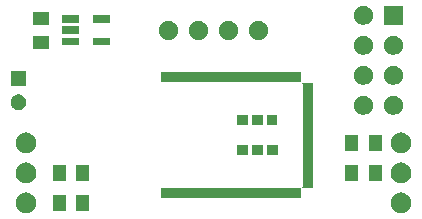
<source format=gbr>
G04 #@! TF.GenerationSoftware,KiCad,Pcbnew,(5.0.2)-1*
G04 #@! TF.CreationDate,2019-08-29T18:00:19-04:00*
G04 #@! TF.ProjectId,IGEM_Device,4947454d-5f44-4657-9669-63652e6b6963,rev?*
G04 #@! TF.SameCoordinates,Original*
G04 #@! TF.FileFunction,Soldermask,Top*
G04 #@! TF.FilePolarity,Negative*
%FSLAX46Y46*%
G04 Gerber Fmt 4.6, Leading zero omitted, Abs format (unit mm)*
G04 Created by KiCad (PCBNEW (5.0.2)-1) date 2019-08-29 6:00:19 PM*
%MOMM*%
%LPD*%
G01*
G04 APERTURE LIST*
%ADD10C,0.100000*%
G04 APERTURE END LIST*
D10*
G36*
X173525997Y-67720342D02*
X173610666Y-67737183D01*
X173676738Y-67764551D01*
X173770177Y-67803255D01*
X173913739Y-67899180D01*
X174035820Y-68021261D01*
X174131745Y-68164823D01*
X174197817Y-68324335D01*
X174231500Y-68493671D01*
X174231500Y-68666329D01*
X174197817Y-68835665D01*
X174131745Y-68995177D01*
X174035820Y-69138739D01*
X173913739Y-69260820D01*
X173770177Y-69356745D01*
X173676738Y-69395449D01*
X173610666Y-69422817D01*
X173525997Y-69439658D01*
X173441329Y-69456500D01*
X173268671Y-69456500D01*
X173184003Y-69439658D01*
X173099334Y-69422817D01*
X173033262Y-69395449D01*
X172939823Y-69356745D01*
X172796261Y-69260820D01*
X172674180Y-69138739D01*
X172578255Y-68995177D01*
X172512183Y-68835665D01*
X172478500Y-68666329D01*
X172478500Y-68493671D01*
X172512183Y-68324335D01*
X172578255Y-68164823D01*
X172674180Y-68021261D01*
X172796261Y-67899180D01*
X172939823Y-67803255D01*
X173033262Y-67764551D01*
X173099334Y-67737183D01*
X173184003Y-67720342D01*
X173268671Y-67703500D01*
X173441329Y-67703500D01*
X173525997Y-67720342D01*
X173525997Y-67720342D01*
G37*
G36*
X141775997Y-67720342D02*
X141860666Y-67737183D01*
X141926738Y-67764551D01*
X142020177Y-67803255D01*
X142163739Y-67899180D01*
X142285820Y-68021261D01*
X142381745Y-68164823D01*
X142447817Y-68324335D01*
X142481500Y-68493671D01*
X142481500Y-68666329D01*
X142447817Y-68835665D01*
X142381745Y-68995177D01*
X142285820Y-69138739D01*
X142163739Y-69260820D01*
X142020177Y-69356745D01*
X141926738Y-69395449D01*
X141860666Y-69422817D01*
X141775997Y-69439658D01*
X141691329Y-69456500D01*
X141518671Y-69456500D01*
X141434003Y-69439658D01*
X141349334Y-69422817D01*
X141283262Y-69395449D01*
X141189823Y-69356745D01*
X141046261Y-69260820D01*
X140924180Y-69138739D01*
X140828255Y-68995177D01*
X140762183Y-68835665D01*
X140728500Y-68666329D01*
X140728500Y-68493671D01*
X140762183Y-68324335D01*
X140828255Y-68164823D01*
X140924180Y-68021261D01*
X141046261Y-67899180D01*
X141189823Y-67803255D01*
X141283262Y-67764551D01*
X141349334Y-67737183D01*
X141434003Y-67720342D01*
X141518671Y-67703500D01*
X141691329Y-67703500D01*
X141775997Y-67720342D01*
X141775997Y-67720342D01*
G37*
G36*
X144966000Y-69256000D02*
X143864000Y-69256000D01*
X143864000Y-67904000D01*
X144966000Y-67904000D01*
X144966000Y-69256000D01*
X144966000Y-69256000D01*
G37*
G36*
X146966000Y-69256000D02*
X145864000Y-69256000D01*
X145864000Y-67904000D01*
X146966000Y-67904000D01*
X146966000Y-69256000D01*
X146966000Y-69256000D01*
G37*
G36*
X164912066Y-67351554D02*
X164900515Y-67373165D01*
X164893402Y-67396614D01*
X164891000Y-67421000D01*
X164891000Y-68201000D01*
X153029000Y-68201000D01*
X153029000Y-67339000D01*
X164904000Y-67339000D01*
X164923985Y-67337032D01*
X164912066Y-67351554D01*
X164912066Y-67351554D01*
G37*
G36*
X165016000Y-58434000D02*
X165891000Y-58434000D01*
X165891000Y-67296000D01*
X165016000Y-67296000D01*
X164996015Y-67297968D01*
X165007934Y-67283446D01*
X165019485Y-67261835D01*
X165026598Y-67238386D01*
X165029000Y-67214000D01*
X165029000Y-58516000D01*
X165026598Y-58491614D01*
X165019485Y-58468165D01*
X165007934Y-58446554D01*
X164996015Y-58432032D01*
X165016000Y-58434000D01*
X165016000Y-58434000D01*
G37*
G36*
X141775997Y-65180342D02*
X141860666Y-65197183D01*
X141926738Y-65224551D01*
X142020177Y-65263255D01*
X142163739Y-65359180D01*
X142285820Y-65481261D01*
X142381745Y-65624823D01*
X142420449Y-65718262D01*
X142447817Y-65784334D01*
X142481500Y-65953672D01*
X142481500Y-66126328D01*
X142447817Y-66295666D01*
X142420449Y-66361738D01*
X142381745Y-66455177D01*
X142285820Y-66598739D01*
X142163739Y-66720820D01*
X142020177Y-66816745D01*
X141926738Y-66855449D01*
X141860666Y-66882817D01*
X141775997Y-66899659D01*
X141691329Y-66916500D01*
X141518671Y-66916500D01*
X141434003Y-66899659D01*
X141349334Y-66882817D01*
X141283262Y-66855449D01*
X141189823Y-66816745D01*
X141046261Y-66720820D01*
X140924180Y-66598739D01*
X140828255Y-66455177D01*
X140789551Y-66361738D01*
X140762183Y-66295666D01*
X140728500Y-66126328D01*
X140728500Y-65953672D01*
X140762183Y-65784334D01*
X140789551Y-65718262D01*
X140828255Y-65624823D01*
X140924180Y-65481261D01*
X141046261Y-65359180D01*
X141189823Y-65263255D01*
X141283262Y-65224551D01*
X141349334Y-65197183D01*
X141434003Y-65180342D01*
X141518671Y-65163500D01*
X141691329Y-65163500D01*
X141775997Y-65180342D01*
X141775997Y-65180342D01*
G37*
G36*
X173525997Y-65180342D02*
X173610666Y-65197183D01*
X173676738Y-65224551D01*
X173770177Y-65263255D01*
X173913739Y-65359180D01*
X174035820Y-65481261D01*
X174131745Y-65624823D01*
X174170449Y-65718262D01*
X174197817Y-65784334D01*
X174231500Y-65953672D01*
X174231500Y-66126328D01*
X174197817Y-66295666D01*
X174170449Y-66361738D01*
X174131745Y-66455177D01*
X174035820Y-66598739D01*
X173913739Y-66720820D01*
X173770177Y-66816745D01*
X173676738Y-66855449D01*
X173610666Y-66882817D01*
X173525997Y-66899659D01*
X173441329Y-66916500D01*
X173268671Y-66916500D01*
X173184003Y-66899659D01*
X173099334Y-66882817D01*
X173033262Y-66855449D01*
X172939823Y-66816745D01*
X172796261Y-66720820D01*
X172674180Y-66598739D01*
X172578255Y-66455177D01*
X172539551Y-66361738D01*
X172512183Y-66295666D01*
X172478500Y-66126328D01*
X172478500Y-65953672D01*
X172512183Y-65784334D01*
X172539551Y-65718262D01*
X172578255Y-65624823D01*
X172674180Y-65481261D01*
X172796261Y-65359180D01*
X172939823Y-65263255D01*
X173033262Y-65224551D01*
X173099334Y-65197183D01*
X173184003Y-65180342D01*
X173268671Y-65163500D01*
X173441329Y-65163500D01*
X173525997Y-65180342D01*
X173525997Y-65180342D01*
G37*
G36*
X146966000Y-66716000D02*
X145864000Y-66716000D01*
X145864000Y-65364000D01*
X146966000Y-65364000D01*
X146966000Y-66716000D01*
X146966000Y-66716000D01*
G37*
G36*
X171731000Y-66716000D02*
X170629000Y-66716000D01*
X170629000Y-65364000D01*
X171731000Y-65364000D01*
X171731000Y-66716000D01*
X171731000Y-66716000D01*
G37*
G36*
X169731000Y-66716000D02*
X168629000Y-66716000D01*
X168629000Y-65364000D01*
X169731000Y-65364000D01*
X169731000Y-66716000D01*
X169731000Y-66716000D01*
G37*
G36*
X144966000Y-66716000D02*
X143864000Y-66716000D01*
X143864000Y-65364000D01*
X144966000Y-65364000D01*
X144966000Y-66716000D01*
X144966000Y-66716000D01*
G37*
G36*
X161641000Y-64566000D02*
X160779000Y-64566000D01*
X160779000Y-63704000D01*
X161641000Y-63704000D01*
X161641000Y-64566000D01*
X161641000Y-64566000D01*
G37*
G36*
X162911000Y-64566000D02*
X162049000Y-64566000D01*
X162049000Y-63704000D01*
X162911000Y-63704000D01*
X162911000Y-64566000D01*
X162911000Y-64566000D01*
G37*
G36*
X160371000Y-64566000D02*
X159509000Y-64566000D01*
X159509000Y-63704000D01*
X160371000Y-63704000D01*
X160371000Y-64566000D01*
X160371000Y-64566000D01*
G37*
G36*
X173525997Y-62640342D02*
X173610666Y-62657183D01*
X173676738Y-62684551D01*
X173770177Y-62723255D01*
X173913739Y-62819180D01*
X174035820Y-62941261D01*
X174131745Y-63084823D01*
X174197817Y-63244335D01*
X174231500Y-63413671D01*
X174231500Y-63586329D01*
X174197817Y-63755665D01*
X174131745Y-63915177D01*
X174035820Y-64058739D01*
X173913739Y-64180820D01*
X173770177Y-64276745D01*
X173723691Y-64296000D01*
X173610666Y-64342817D01*
X173525997Y-64359659D01*
X173441329Y-64376500D01*
X173268671Y-64376500D01*
X173184003Y-64359659D01*
X173099334Y-64342817D01*
X172986309Y-64296000D01*
X172939823Y-64276745D01*
X172796261Y-64180820D01*
X172674180Y-64058739D01*
X172578255Y-63915177D01*
X172512183Y-63755665D01*
X172478500Y-63586329D01*
X172478500Y-63413671D01*
X172512183Y-63244335D01*
X172578255Y-63084823D01*
X172674180Y-62941261D01*
X172796261Y-62819180D01*
X172939823Y-62723255D01*
X173033262Y-62684551D01*
X173099334Y-62657183D01*
X173184003Y-62640342D01*
X173268671Y-62623500D01*
X173441329Y-62623500D01*
X173525997Y-62640342D01*
X173525997Y-62640342D01*
G37*
G36*
X141775997Y-62640342D02*
X141860666Y-62657183D01*
X141926738Y-62684551D01*
X142020177Y-62723255D01*
X142163739Y-62819180D01*
X142285820Y-62941261D01*
X142381745Y-63084823D01*
X142447817Y-63244335D01*
X142481500Y-63413671D01*
X142481500Y-63586329D01*
X142447817Y-63755665D01*
X142381745Y-63915177D01*
X142285820Y-64058739D01*
X142163739Y-64180820D01*
X142020177Y-64276745D01*
X141973691Y-64296000D01*
X141860666Y-64342817D01*
X141775997Y-64359659D01*
X141691329Y-64376500D01*
X141518671Y-64376500D01*
X141434003Y-64359659D01*
X141349334Y-64342817D01*
X141236309Y-64296000D01*
X141189823Y-64276745D01*
X141046261Y-64180820D01*
X140924180Y-64058739D01*
X140828255Y-63915177D01*
X140762183Y-63755665D01*
X140728500Y-63586329D01*
X140728500Y-63413671D01*
X140762183Y-63244335D01*
X140828255Y-63084823D01*
X140924180Y-62941261D01*
X141046261Y-62819180D01*
X141189823Y-62723255D01*
X141283262Y-62684551D01*
X141349334Y-62657183D01*
X141434003Y-62640342D01*
X141518671Y-62623500D01*
X141691329Y-62623500D01*
X141775997Y-62640342D01*
X141775997Y-62640342D01*
G37*
G36*
X169731000Y-64176000D02*
X168629000Y-64176000D01*
X168629000Y-62824000D01*
X169731000Y-62824000D01*
X169731000Y-64176000D01*
X169731000Y-64176000D01*
G37*
G36*
X171731000Y-64176000D02*
X170629000Y-64176000D01*
X170629000Y-62824000D01*
X171731000Y-62824000D01*
X171731000Y-64176000D01*
X171731000Y-64176000D01*
G37*
G36*
X162891000Y-62026000D02*
X162029000Y-62026000D01*
X162029000Y-61164000D01*
X162891000Y-61164000D01*
X162891000Y-62026000D01*
X162891000Y-62026000D01*
G37*
G36*
X161641000Y-62026000D02*
X160779000Y-62026000D01*
X160779000Y-61164000D01*
X161641000Y-61164000D01*
X161641000Y-62026000D01*
X161641000Y-62026000D01*
G37*
G36*
X160371000Y-62026000D02*
X159509000Y-62026000D01*
X159509000Y-61164000D01*
X160371000Y-61164000D01*
X160371000Y-62026000D01*
X160371000Y-62026000D01*
G37*
G36*
X172954807Y-59550935D02*
X172954809Y-59550936D01*
X172954810Y-59550936D01*
X173101310Y-59611618D01*
X173139988Y-59637462D01*
X173233161Y-59699718D01*
X173345282Y-59811839D01*
X173345284Y-59811842D01*
X173433382Y-59943690D01*
X173452766Y-59990488D01*
X173494065Y-60090193D01*
X173525000Y-60245713D01*
X173525000Y-60404287D01*
X173511424Y-60472539D01*
X173494064Y-60559810D01*
X173433382Y-60706310D01*
X173433381Y-60706311D01*
X173345282Y-60838161D01*
X173233161Y-60950282D01*
X173233158Y-60950284D01*
X173101310Y-61038382D01*
X172954810Y-61099064D01*
X172954809Y-61099064D01*
X172954807Y-61099065D01*
X172799287Y-61130000D01*
X172640713Y-61130000D01*
X172485193Y-61099065D01*
X172485191Y-61099064D01*
X172485190Y-61099064D01*
X172338690Y-61038382D01*
X172206842Y-60950284D01*
X172206839Y-60950282D01*
X172094718Y-60838161D01*
X172006619Y-60706311D01*
X172006618Y-60706310D01*
X171945936Y-60559810D01*
X171928577Y-60472539D01*
X171915000Y-60404287D01*
X171915000Y-60245713D01*
X171945935Y-60090193D01*
X171987234Y-59990488D01*
X172006618Y-59943690D01*
X172094716Y-59811842D01*
X172094718Y-59811839D01*
X172206839Y-59699718D01*
X172300012Y-59637462D01*
X172338690Y-59611618D01*
X172485190Y-59550936D01*
X172485191Y-59550936D01*
X172485193Y-59550935D01*
X172640713Y-59520000D01*
X172799287Y-59520000D01*
X172954807Y-59550935D01*
X172954807Y-59550935D01*
G37*
G36*
X170414807Y-59550935D02*
X170414809Y-59550936D01*
X170414810Y-59550936D01*
X170561310Y-59611618D01*
X170599988Y-59637462D01*
X170693161Y-59699718D01*
X170805282Y-59811839D01*
X170805284Y-59811842D01*
X170893382Y-59943690D01*
X170912766Y-59990488D01*
X170954065Y-60090193D01*
X170985000Y-60245713D01*
X170985000Y-60404287D01*
X170971424Y-60472539D01*
X170954064Y-60559810D01*
X170893382Y-60706310D01*
X170893381Y-60706311D01*
X170805282Y-60838161D01*
X170693161Y-60950282D01*
X170693158Y-60950284D01*
X170561310Y-61038382D01*
X170414810Y-61099064D01*
X170414809Y-61099064D01*
X170414807Y-61099065D01*
X170259287Y-61130000D01*
X170100713Y-61130000D01*
X169945193Y-61099065D01*
X169945191Y-61099064D01*
X169945190Y-61099064D01*
X169798690Y-61038382D01*
X169666842Y-60950284D01*
X169666839Y-60950282D01*
X169554718Y-60838161D01*
X169466619Y-60706311D01*
X169466618Y-60706310D01*
X169405936Y-60559810D01*
X169388577Y-60472539D01*
X169375000Y-60404287D01*
X169375000Y-60245713D01*
X169405935Y-60090193D01*
X169447234Y-59990488D01*
X169466618Y-59943690D01*
X169554716Y-59811842D01*
X169554718Y-59811839D01*
X169666839Y-59699718D01*
X169760012Y-59637462D01*
X169798690Y-59611618D01*
X169945190Y-59550936D01*
X169945191Y-59550936D01*
X169945193Y-59550935D01*
X170100713Y-59520000D01*
X170259287Y-59520000D01*
X170414807Y-59550935D01*
X170414807Y-59550935D01*
G37*
G36*
X141161056Y-59425171D02*
X141280259Y-59474547D01*
X141348285Y-59520000D01*
X141387539Y-59546229D01*
X141478771Y-59637461D01*
X141550453Y-59744741D01*
X141599829Y-59863944D01*
X141625000Y-59990487D01*
X141625000Y-60119513D01*
X141599829Y-60246056D01*
X141579141Y-60296000D01*
X141550453Y-60365259D01*
X141524376Y-60404287D01*
X141478771Y-60472539D01*
X141387539Y-60563771D01*
X141280259Y-60635453D01*
X141161056Y-60684829D01*
X141034513Y-60710000D01*
X140905487Y-60710000D01*
X140778944Y-60684829D01*
X140659741Y-60635453D01*
X140552461Y-60563771D01*
X140461229Y-60472539D01*
X140415625Y-60404287D01*
X140389547Y-60365259D01*
X140360859Y-60296000D01*
X140340171Y-60246056D01*
X140315000Y-60119513D01*
X140315000Y-59990487D01*
X140340171Y-59863944D01*
X140389547Y-59744741D01*
X140461229Y-59637461D01*
X140552461Y-59546229D01*
X140591716Y-59520000D01*
X140659741Y-59474547D01*
X140778944Y-59425171D01*
X140905487Y-59400000D01*
X141034513Y-59400000D01*
X141161056Y-59425171D01*
X141161056Y-59425171D01*
G37*
G36*
X141625000Y-58710000D02*
X140315000Y-58710000D01*
X140315000Y-57400000D01*
X141625000Y-57400000D01*
X141625000Y-58710000D01*
X141625000Y-58710000D01*
G37*
G36*
X170414807Y-57010935D02*
X170414809Y-57010936D01*
X170414810Y-57010936D01*
X170561310Y-57071618D01*
X170561311Y-57071619D01*
X170693161Y-57159718D01*
X170805282Y-57271839D01*
X170805284Y-57271842D01*
X170893382Y-57403690D01*
X170954064Y-57550190D01*
X170985000Y-57705714D01*
X170985000Y-57864286D01*
X170954064Y-58019810D01*
X170893382Y-58166310D01*
X170893381Y-58166311D01*
X170805282Y-58298161D01*
X170693161Y-58410282D01*
X170693158Y-58410284D01*
X170561310Y-58498382D01*
X170414810Y-58559064D01*
X170414809Y-58559064D01*
X170414807Y-58559065D01*
X170259287Y-58590000D01*
X170100713Y-58590000D01*
X169945193Y-58559065D01*
X169945191Y-58559064D01*
X169945190Y-58559064D01*
X169798690Y-58498382D01*
X169666842Y-58410284D01*
X169666839Y-58410282D01*
X169554718Y-58298161D01*
X169466619Y-58166311D01*
X169466618Y-58166310D01*
X169405936Y-58019810D01*
X169375000Y-57864286D01*
X169375000Y-57705714D01*
X169405936Y-57550190D01*
X169466618Y-57403690D01*
X169554716Y-57271842D01*
X169554718Y-57271839D01*
X169666839Y-57159718D01*
X169798689Y-57071619D01*
X169798690Y-57071618D01*
X169945190Y-57010936D01*
X169945191Y-57010936D01*
X169945193Y-57010935D01*
X170100713Y-56980000D01*
X170259287Y-56980000D01*
X170414807Y-57010935D01*
X170414807Y-57010935D01*
G37*
G36*
X172954807Y-57010935D02*
X172954809Y-57010936D01*
X172954810Y-57010936D01*
X173101310Y-57071618D01*
X173101311Y-57071619D01*
X173233161Y-57159718D01*
X173345282Y-57271839D01*
X173345284Y-57271842D01*
X173433382Y-57403690D01*
X173494064Y-57550190D01*
X173525000Y-57705714D01*
X173525000Y-57864286D01*
X173494064Y-58019810D01*
X173433382Y-58166310D01*
X173433381Y-58166311D01*
X173345282Y-58298161D01*
X173233161Y-58410282D01*
X173233158Y-58410284D01*
X173101310Y-58498382D01*
X172954810Y-58559064D01*
X172954809Y-58559064D01*
X172954807Y-58559065D01*
X172799287Y-58590000D01*
X172640713Y-58590000D01*
X172485193Y-58559065D01*
X172485191Y-58559064D01*
X172485190Y-58559064D01*
X172338690Y-58498382D01*
X172206842Y-58410284D01*
X172206839Y-58410282D01*
X172094718Y-58298161D01*
X172006619Y-58166311D01*
X172006618Y-58166310D01*
X171945936Y-58019810D01*
X171915000Y-57864286D01*
X171915000Y-57705714D01*
X171945936Y-57550190D01*
X172006618Y-57403690D01*
X172094716Y-57271842D01*
X172094718Y-57271839D01*
X172206839Y-57159718D01*
X172338689Y-57071619D01*
X172338690Y-57071618D01*
X172485190Y-57010936D01*
X172485191Y-57010936D01*
X172485193Y-57010935D01*
X172640713Y-56980000D01*
X172799287Y-56980000D01*
X172954807Y-57010935D01*
X172954807Y-57010935D01*
G37*
G36*
X164891000Y-58309000D02*
X164893402Y-58333386D01*
X164900515Y-58356835D01*
X164912066Y-58378446D01*
X164923985Y-58392968D01*
X164904000Y-58391000D01*
X153029000Y-58391000D01*
X153029000Y-57529000D01*
X164891000Y-57529000D01*
X164891000Y-58309000D01*
X164891000Y-58309000D01*
G37*
G36*
X170414807Y-54470935D02*
X170414809Y-54470936D01*
X170414810Y-54470936D01*
X170561310Y-54531618D01*
X170561311Y-54531619D01*
X170693161Y-54619718D01*
X170805282Y-54731839D01*
X170805284Y-54731842D01*
X170893382Y-54863690D01*
X170954064Y-55010190D01*
X170985000Y-55165714D01*
X170985000Y-55324286D01*
X170954064Y-55479810D01*
X170893382Y-55626310D01*
X170893381Y-55626311D01*
X170805282Y-55758161D01*
X170693161Y-55870282D01*
X170693158Y-55870284D01*
X170561310Y-55958382D01*
X170414810Y-56019064D01*
X170414809Y-56019064D01*
X170414807Y-56019065D01*
X170259287Y-56050000D01*
X170100713Y-56050000D01*
X169945193Y-56019065D01*
X169945191Y-56019064D01*
X169945190Y-56019064D01*
X169798690Y-55958382D01*
X169666842Y-55870284D01*
X169666839Y-55870282D01*
X169554718Y-55758161D01*
X169466619Y-55626311D01*
X169466618Y-55626310D01*
X169405936Y-55479810D01*
X169375000Y-55324286D01*
X169375000Y-55165714D01*
X169405936Y-55010190D01*
X169466618Y-54863690D01*
X169554716Y-54731842D01*
X169554718Y-54731839D01*
X169666839Y-54619718D01*
X169798689Y-54531619D01*
X169798690Y-54531618D01*
X169945190Y-54470936D01*
X169945191Y-54470936D01*
X169945193Y-54470935D01*
X170100713Y-54440000D01*
X170259287Y-54440000D01*
X170414807Y-54470935D01*
X170414807Y-54470935D01*
G37*
G36*
X172954807Y-54470935D02*
X172954809Y-54470936D01*
X172954810Y-54470936D01*
X173101310Y-54531618D01*
X173101311Y-54531619D01*
X173233161Y-54619718D01*
X173345282Y-54731839D01*
X173345284Y-54731842D01*
X173433382Y-54863690D01*
X173494064Y-55010190D01*
X173525000Y-55165714D01*
X173525000Y-55324286D01*
X173494064Y-55479810D01*
X173433382Y-55626310D01*
X173433381Y-55626311D01*
X173345282Y-55758161D01*
X173233161Y-55870282D01*
X173233158Y-55870284D01*
X173101310Y-55958382D01*
X172954810Y-56019064D01*
X172954809Y-56019064D01*
X172954807Y-56019065D01*
X172799287Y-56050000D01*
X172640713Y-56050000D01*
X172485193Y-56019065D01*
X172485191Y-56019064D01*
X172485190Y-56019064D01*
X172338690Y-55958382D01*
X172206842Y-55870284D01*
X172206839Y-55870282D01*
X172094718Y-55758161D01*
X172006619Y-55626311D01*
X172006618Y-55626310D01*
X171945936Y-55479810D01*
X171915000Y-55324286D01*
X171915000Y-55165714D01*
X171945936Y-55010190D01*
X172006618Y-54863690D01*
X172094716Y-54731842D01*
X172094718Y-54731839D01*
X172206839Y-54619718D01*
X172338689Y-54531619D01*
X172338690Y-54531618D01*
X172485190Y-54470936D01*
X172485191Y-54470936D01*
X172485193Y-54470935D01*
X172640713Y-54440000D01*
X172799287Y-54440000D01*
X172954807Y-54470935D01*
X172954807Y-54470935D01*
G37*
G36*
X143551000Y-55526000D02*
X142199000Y-55526000D01*
X142199000Y-54424000D01*
X143551000Y-54424000D01*
X143551000Y-55526000D01*
X143551000Y-55526000D01*
G37*
G36*
X148691800Y-55255401D02*
X147269000Y-55255401D01*
X147269000Y-54594601D01*
X148691800Y-54594601D01*
X148691800Y-55255401D01*
X148691800Y-55255401D01*
G37*
G36*
X146101000Y-55255401D02*
X144678200Y-55255401D01*
X144678200Y-54594601D01*
X146101000Y-54594601D01*
X146101000Y-55255401D01*
X146101000Y-55255401D01*
G37*
G36*
X158987142Y-53193242D02*
X159135102Y-53254530D01*
X159268258Y-53343502D01*
X159381498Y-53456742D01*
X159470470Y-53589898D01*
X159531758Y-53737858D01*
X159563000Y-53894925D01*
X159563000Y-54055075D01*
X159531758Y-54212142D01*
X159470470Y-54360102D01*
X159381498Y-54493258D01*
X159268258Y-54606498D01*
X159135102Y-54695470D01*
X158987142Y-54756758D01*
X158830075Y-54788000D01*
X158669925Y-54788000D01*
X158512858Y-54756758D01*
X158364898Y-54695470D01*
X158231742Y-54606498D01*
X158118502Y-54493258D01*
X158029530Y-54360102D01*
X157968242Y-54212142D01*
X157937000Y-54055075D01*
X157937000Y-53894925D01*
X157968242Y-53737858D01*
X158029530Y-53589898D01*
X158118502Y-53456742D01*
X158231742Y-53343502D01*
X158364898Y-53254530D01*
X158512858Y-53193242D01*
X158669925Y-53162000D01*
X158830075Y-53162000D01*
X158987142Y-53193242D01*
X158987142Y-53193242D01*
G37*
G36*
X156447142Y-53193242D02*
X156595102Y-53254530D01*
X156728258Y-53343502D01*
X156841498Y-53456742D01*
X156930470Y-53589898D01*
X156991758Y-53737858D01*
X157023000Y-53894925D01*
X157023000Y-54055075D01*
X156991758Y-54212142D01*
X156930470Y-54360102D01*
X156841498Y-54493258D01*
X156728258Y-54606498D01*
X156595102Y-54695470D01*
X156447142Y-54756758D01*
X156290075Y-54788000D01*
X156129925Y-54788000D01*
X155972858Y-54756758D01*
X155824898Y-54695470D01*
X155691742Y-54606498D01*
X155578502Y-54493258D01*
X155489530Y-54360102D01*
X155428242Y-54212142D01*
X155397000Y-54055075D01*
X155397000Y-53894925D01*
X155428242Y-53737858D01*
X155489530Y-53589898D01*
X155578502Y-53456742D01*
X155691742Y-53343502D01*
X155824898Y-53254530D01*
X155972858Y-53193242D01*
X156129925Y-53162000D01*
X156290075Y-53162000D01*
X156447142Y-53193242D01*
X156447142Y-53193242D01*
G37*
G36*
X153907142Y-53193242D02*
X154055102Y-53254530D01*
X154188258Y-53343502D01*
X154301498Y-53456742D01*
X154390470Y-53589898D01*
X154451758Y-53737858D01*
X154483000Y-53894925D01*
X154483000Y-54055075D01*
X154451758Y-54212142D01*
X154390470Y-54360102D01*
X154301498Y-54493258D01*
X154188258Y-54606498D01*
X154055102Y-54695470D01*
X153907142Y-54756758D01*
X153750075Y-54788000D01*
X153589925Y-54788000D01*
X153432858Y-54756758D01*
X153284898Y-54695470D01*
X153151742Y-54606498D01*
X153038502Y-54493258D01*
X152949530Y-54360102D01*
X152888242Y-54212142D01*
X152857000Y-54055075D01*
X152857000Y-53894925D01*
X152888242Y-53737858D01*
X152949530Y-53589898D01*
X153038502Y-53456742D01*
X153151742Y-53343502D01*
X153284898Y-53254530D01*
X153432858Y-53193242D01*
X153589925Y-53162000D01*
X153750075Y-53162000D01*
X153907142Y-53193242D01*
X153907142Y-53193242D01*
G37*
G36*
X161527142Y-53193242D02*
X161675102Y-53254530D01*
X161808258Y-53343502D01*
X161921498Y-53456742D01*
X162010470Y-53589898D01*
X162071758Y-53737858D01*
X162103000Y-53894925D01*
X162103000Y-54055075D01*
X162071758Y-54212142D01*
X162010470Y-54360102D01*
X161921498Y-54493258D01*
X161808258Y-54606498D01*
X161675102Y-54695470D01*
X161527142Y-54756758D01*
X161370075Y-54788000D01*
X161209925Y-54788000D01*
X161052858Y-54756758D01*
X160904898Y-54695470D01*
X160771742Y-54606498D01*
X160658502Y-54493258D01*
X160569530Y-54360102D01*
X160508242Y-54212142D01*
X160477000Y-54055075D01*
X160477000Y-53894925D01*
X160508242Y-53737858D01*
X160569530Y-53589898D01*
X160658502Y-53456742D01*
X160771742Y-53343502D01*
X160904898Y-53254530D01*
X161052858Y-53193242D01*
X161209925Y-53162000D01*
X161370075Y-53162000D01*
X161527142Y-53193242D01*
X161527142Y-53193242D01*
G37*
G36*
X146101000Y-54305400D02*
X144678200Y-54305400D01*
X144678200Y-53644600D01*
X146101000Y-53644600D01*
X146101000Y-54305400D01*
X146101000Y-54305400D01*
G37*
G36*
X143551000Y-53526000D02*
X142199000Y-53526000D01*
X142199000Y-52424000D01*
X143551000Y-52424000D01*
X143551000Y-53526000D01*
X143551000Y-53526000D01*
G37*
G36*
X170414807Y-51930935D02*
X170414809Y-51930936D01*
X170414810Y-51930936D01*
X170561310Y-51991618D01*
X170561311Y-51991619D01*
X170693161Y-52079718D01*
X170805282Y-52191839D01*
X170805284Y-52191842D01*
X170893382Y-52323690D01*
X170954064Y-52470190D01*
X170985000Y-52625714D01*
X170985000Y-52784286D01*
X170954064Y-52939810D01*
X170893382Y-53086310D01*
X170821932Y-53193242D01*
X170805282Y-53218161D01*
X170693161Y-53330282D01*
X170693158Y-53330284D01*
X170561310Y-53418382D01*
X170414810Y-53479064D01*
X170414809Y-53479064D01*
X170414807Y-53479065D01*
X170259287Y-53510000D01*
X170100713Y-53510000D01*
X169945193Y-53479065D01*
X169945191Y-53479064D01*
X169945190Y-53479064D01*
X169798690Y-53418382D01*
X169666842Y-53330284D01*
X169666839Y-53330282D01*
X169554718Y-53218161D01*
X169538068Y-53193242D01*
X169466618Y-53086310D01*
X169405936Y-52939810D01*
X169375000Y-52784286D01*
X169375000Y-52625714D01*
X169405936Y-52470190D01*
X169466618Y-52323690D01*
X169554716Y-52191842D01*
X169554718Y-52191839D01*
X169666839Y-52079718D01*
X169798689Y-51991619D01*
X169798690Y-51991618D01*
X169945190Y-51930936D01*
X169945191Y-51930936D01*
X169945193Y-51930935D01*
X170100713Y-51900000D01*
X170259287Y-51900000D01*
X170414807Y-51930935D01*
X170414807Y-51930935D01*
G37*
G36*
X173525000Y-53510000D02*
X171915000Y-53510000D01*
X171915000Y-51900000D01*
X173525000Y-51900000D01*
X173525000Y-53510000D01*
X173525000Y-53510000D01*
G37*
G36*
X146101000Y-53355399D02*
X144678200Y-53355399D01*
X144678200Y-52694599D01*
X146101000Y-52694599D01*
X146101000Y-53355399D01*
X146101000Y-53355399D01*
G37*
G36*
X148691800Y-53355399D02*
X147269000Y-53355399D01*
X147269000Y-52694599D01*
X148691800Y-52694599D01*
X148691800Y-53355399D01*
X148691800Y-53355399D01*
G37*
M02*

</source>
